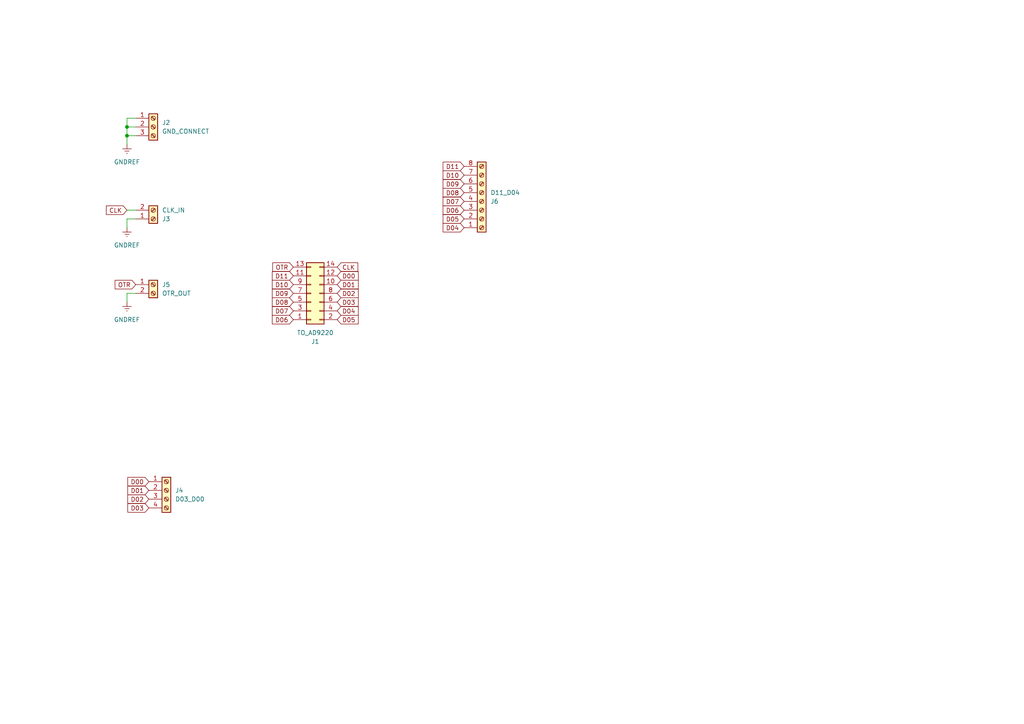
<source format=kicad_sch>
(kicad_sch (version 20230121) (generator eeschema)
  (paper "A4")
  (lib_symbols
    (symbol "Connector:Screw_Terminal_01x02" (pin_names (offset 1.016) hide)
      (property "Reference" "J" (at 0 2.54 0))
      (property "Value" "Screw_Terminal_01x02" (at 0 -5.08 0))
      (symbol "Screw_Terminal_01x02_1_1"
        (rectangle (start -1.27 1.27) (end 1.27 -3.81) (stroke (width 0.254)) (fill (type background)))
        (circle (center 0 -2.54) (radius 0.635) (stroke (width 0.1524)))
        (polyline (pts (xy -0.5334 -2.2098) (xy 0.3302 -3.048)) (stroke (width 0.1524)))
        (polyline (pts (xy -0.5334 0.3302) (xy 0.3302 -0.508)) (stroke (width 0.1524)))
        (polyline (pts (xy -0.3556 -2.032) (xy 0.508 -2.8702)) (stroke (width 0.1524)))
        (polyline (pts (xy -0.3556 0.508) (xy 0.508 -0.3302)) (stroke (width 0.1524)))
        (circle (center 0 0) (radius 0.635) (stroke (width 0.1524)))
        (pin passive line (at -5.08 0 0) (length 3.81) (name "Pin_1") (number "1"))
        (pin passive line (at -5.08 -2.54 0) (length 3.81) (name "Pin_2") (number "2"))
      )
    )
    (symbol "Connector:Screw_Terminal_01x03" (pin_names (offset 1.016) hide)
      (property "Reference" "J" (at 0 5.08 0))
      (property "Value" "Screw_Terminal_01x03" (at 0 -5.08 0))
      (symbol "Screw_Terminal_01x03_1_1"
        (rectangle (start -1.27 3.81) (end 1.27 -3.81) (stroke (width 0.254)) (fill (type background)))
        (circle (center 0 -2.54) (radius 0.635) (stroke (width 0.1524)))
        (polyline (pts (xy -0.5334 -2.2098) (xy 0.3302 -3.048)) (stroke (width 0.1524)))
        (polyline (pts (xy -0.5334 0.3302) (xy 0.3302 -0.508)) (stroke (width 0.1524)))
        (polyline (pts (xy -0.5334 2.8702) (xy 0.3302 2.032)) (stroke (width 0.1524)))
        (polyline (pts (xy -0.3556 -2.032) (xy 0.508 -2.8702)) (stroke (width 0.1524)))
        (polyline (pts (xy -0.3556 0.508) (xy 0.508 -0.3302)) (stroke (width 0.1524)))
        (polyline (pts (xy -0.3556 3.048) (xy 0.508 2.2098)) (stroke (width 0.1524)))
        (circle (center 0 0) (radius 0.635) (stroke (width 0.1524)))
        (circle (center 0 2.54) (radius 0.635) (stroke (width 0.1524)))
        (pin passive line (at -5.08 2.54 0) (length 3.81) (name "Pin_1") (number "1"))
        (pin passive line (at -5.08 0 0) (length 3.81) (name "Pin_2") (number "2"))
        (pin passive line (at -5.08 -2.54 0) (length 3.81) (name "Pin_3") (number "3"))
      )
    )
    (symbol "Connector:Screw_Terminal_01x04" (pin_names (offset 1.016) hide)
      (property "Reference" "J" (at 0 5.08 0))
      (property "Value" "Screw_Terminal_01x04" (at 0 -7.62 0))
      (symbol "Screw_Terminal_01x04_1_1"
        (rectangle (start -1.27 3.81) (end 1.27 -6.35) (stroke (width 0.254)) (fill (type background)))
        (circle (center 0 -5.08) (radius 0.635) (stroke (width 0.1524)))
        (circle (center 0 -2.54) (radius 0.635) (stroke (width 0.1524)))
        (polyline (pts (xy -0.5334 -4.7498) (xy 0.3302 -5.588)) (stroke (width 0.1524)))
        (polyline (pts (xy -0.5334 -2.2098) (xy 0.3302 -3.048)) (stroke (width 0.1524)))
        (polyline (pts (xy -0.5334 0.3302) (xy 0.3302 -0.508)) (stroke (width 0.1524)))
        (polyline (pts (xy -0.5334 2.8702) (xy 0.3302 2.032)) (stroke (width 0.1524)))
        (polyline (pts (xy -0.3556 -4.572) (xy 0.508 -5.4102)) (stroke (width 0.1524)))
        (polyline (pts (xy -0.3556 -2.032) (xy 0.508 -2.8702)) (stroke (width 0.1524)))
        (polyline (pts (xy -0.3556 0.508) (xy 0.508 -0.3302)) (stroke (width 0.1524)))
        (polyline (pts (xy -0.3556 3.048) (xy 0.508 2.2098)) (stroke (width 0.1524)))
        (circle (center 0 0) (radius 0.635) (stroke (width 0.1524)))
        (circle (center 0 2.54) (radius 0.635) (stroke (width 0.1524)))
        (pin passive line (at -5.08 2.54 0) (length 3.81) (name "Pin_1") (number "1"))
        (pin passive line (at -5.08 0 0) (length 3.81) (name "Pin_2") (number "2"))
        (pin passive line (at -5.08 -2.54 0) (length 3.81) (name "Pin_3") (number "3"))
        (pin passive line (at -5.08 -5.08 0) (length 3.81) (name "Pin_4") (number "4"))
      )
    )
    (symbol "Connector:Screw_Terminal_01x08" (pin_names (offset 1.016) hide)
      (property "Reference" "J" (at 0 10.16 0))
      (property "Value" "Screw_Terminal_01x08" (at 0 -12.7 0))
      (symbol "Screw_Terminal_01x08_1_1"
        (rectangle (start -1.27 8.89) (end 1.27 -11.43) (stroke (width 0.254)) (fill (type background)))
        (circle (center 0 -10.16) (radius 0.635) (stroke (width 0.1524)))
        (circle (center 0 -7.62) (radius 0.635) (stroke (width 0.1524)))
        (circle (center 0 -5.08) (radius 0.635) (stroke (width 0.1524)))
        (circle (center 0 -2.54) (radius 0.635) (stroke (width 0.1524)))
        (polyline (pts (xy -0.5334 -9.8298) (xy 0.3302 -10.668)) (stroke (width 0.1524)))
        (polyline (pts (xy -0.5334 -7.2898) (xy 0.3302 -8.128)) (stroke (width 0.1524)))
        (polyline (pts (xy -0.5334 -4.7498) (xy 0.3302 -5.588)) (stroke (width 0.1524)))
        (polyline (pts (xy -0.5334 -2.2098) (xy 0.3302 -3.048)) (stroke (width 0.1524)))
        (polyline (pts (xy -0.5334 0.3302) (xy 0.3302 -0.508)) (stroke (width 0.1524)))
        (polyline (pts (xy -0.5334 2.8702) (xy 0.3302 2.032)) (stroke (width 0.1524)))
        (polyline (pts (xy -0.5334 5.4102) (xy 0.3302 4.572)) (stroke (width 0.1524)))
        (polyline (pts (xy -0.5334 7.9502) (xy 0.3302 7.112)) (stroke (width 0.1524)))
        (polyline (pts (xy -0.3556 -9.652) (xy 0.508 -10.4902)) (stroke (width 0.1524)))
        (polyline (pts (xy -0.3556 -7.112) (xy 0.508 -7.9502)) (stroke (width 0.1524)))
        (polyline (pts (xy -0.3556 -4.572) (xy 0.508 -5.4102)) (stroke (width 0.1524)))
        (polyline (pts (xy -0.3556 -2.032) (xy 0.508 -2.8702)) (stroke (width 0.1524)))
        (polyline (pts (xy -0.3556 0.508) (xy 0.508 -0.3302)) (stroke (width 0.1524)))
        (polyline (pts (xy -0.3556 3.048) (xy 0.508 2.2098)) (stroke (width 0.1524)))
        (polyline (pts (xy -0.3556 5.588) (xy 0.508 4.7498)) (stroke (width 0.1524)))
        (polyline (pts (xy -0.3556 8.128) (xy 0.508 7.2898)) (stroke (width 0.1524)))
        (circle (center 0 0) (radius 0.635) (stroke (width 0.1524)))
        (circle (center 0 2.54) (radius 0.635) (stroke (width 0.1524)))
        (circle (center 0 5.08) (radius 0.635) (stroke (width 0.1524)))
        (circle (center 0 7.62) (radius 0.635) (stroke (width 0.1524)))
        (pin passive line (at -5.08 7.62 0) (length 3.81) (name "Pin_1") (number "1"))
        (pin passive line (at -5.08 5.08 0) (length 3.81) (name "Pin_2") (number "2"))
        (pin passive line (at -5.08 2.54 0) (length 3.81) (name "Pin_3") (number "3"))
        (pin passive line (at -5.08 0 0) (length 3.81) (name "Pin_4") (number "4"))
        (pin passive line (at -5.08 -2.54 0) (length 3.81) (name "Pin_5") (number "5"))
        (pin passive line (at -5.08 -5.08 0) (length 3.81) (name "Pin_6") (number "6"))
        (pin passive line (at -5.08 -7.62 0) (length 3.81) (name "Pin_7") (number "7"))
        (pin passive line (at -5.08 -10.16 0) (length 3.81) (name "Pin_8") (number "8"))
      )
    )
    (symbol "Connector_Generic:Conn_02x07_Odd_Even" (pin_names (offset 1.016) hide)
      (property "Reference" "J" (at 1.27 10.16 0))
      (property "Value" "Conn_02x07_Odd_Even" (at 1.27 -10.16 0))
      (symbol "Conn_02x07_Odd_Even_1_1"
        (rectangle (start -1.27 -7.493) (end 0 -7.747) (stroke (width 0.1524)))
        (rectangle (start -1.27 -4.953) (end 0 -5.207) (stroke (width 0.1524)))
        (rectangle (start -1.27 -2.413) (end 0 -2.667) (stroke (width 0.1524)))
        (rectangle (start -1.27 0.127) (end 0 -0.127) (stroke (width 0.1524)))
        (rectangle (start -1.27 2.667) (end 0 2.413) (stroke (width 0.1524)))
        (rectangle (start -1.27 5.207) (end 0 4.953) (stroke (width 0.1524)))
        (rectangle (start -1.27 7.747) (end 0 7.493) (stroke (width 0.1524)))
        (rectangle (start -1.27 8.89) (end 3.81 -8.89) (stroke (width 0.254)) (fill (type background)))
        (rectangle (start 3.81 -7.493) (end 2.54 -7.747) (stroke (width 0.1524)))
        (rectangle (start 3.81 -4.953) (end 2.54 -5.207) (stroke (width 0.1524)))
        (rectangle (start 3.81 -2.413) (end 2.54 -2.667) (stroke (width 0.1524)))
        (rectangle (start 3.81 0.127) (end 2.54 -0.127) (stroke (width 0.1524)))
        (rectangle (start 3.81 2.667) (end 2.54 2.413) (stroke (width 0.1524)))
        (rectangle (start 3.81 5.207) (end 2.54 4.953) (stroke (width 0.1524)))
        (rectangle (start 3.81 7.747) (end 2.54 7.493) (stroke (width 0.1524)))
        (pin passive line (at -5.08 7.62 0) (length 3.81) (name "Pin_1") (number "1"))
        (pin passive line (at 7.62 -2.54 180) (length 3.81) (name "Pin_10") (number "10"))
        (pin passive line (at -5.08 -5.08 0) (length 3.81) (name "Pin_11") (number "11"))
        (pin passive line (at 7.62 -5.08 180) (length 3.81) (name "Pin_12") (number "12"))
        (pin passive line (at -5.08 -7.62 0) (length 3.81) (name "Pin_13") (number "13"))
        (pin passive line (at 7.62 -7.62 180) (length 3.81) (name "Pin_14") (number "14"))
        (pin passive line (at 7.62 7.62 180) (length 3.81) (name "Pin_2") (number "2"))
        (pin passive line (at -5.08 5.08 0) (length 3.81) (name "Pin_3") (number "3"))
        (pin passive line (at 7.62 5.08 180) (length 3.81) (name "Pin_4") (number "4"))
        (pin passive line (at -5.08 2.54 0) (length 3.81) (name "Pin_5") (number "5"))
        (pin passive line (at 7.62 2.54 180) (length 3.81) (name "Pin_6") (number "6"))
        (pin passive line (at -5.08 0 0) (length 3.81) (name "Pin_7") (number "7"))
        (pin passive line (at 7.62 0 180) (length 3.81) (name "Pin_8") (number "8"))
        (pin passive line (at -5.08 -2.54 0) (length 3.81) (name "Pin_9") (number "9"))
      )
    )
    (symbol "power:GNDREF" (power) (pin_names (offset 0))
      (property "Value" "GNDREF" (at 0 -3.81 0))
      (symbol "GNDREF_0_1"
        (polyline (pts (xy -0.635 -1.905) (xy 0.635 -1.905)))
        (polyline (pts (xy -0.127 -2.54) (xy 0.127 -2.54)))
        (polyline (pts (xy 0 -1.27) (xy 0 0)))
        (polyline (pts (xy 1.27 -1.27) (xy -1.27 -1.27)))
      )
      (symbol "GNDREF_1_1"
        (pin power_in line (at 0 0 270) (length 0) hide (name "GNDREF") (number "1"))
      )
    )
  )
  (junction (at 36.83 36.83))
  (junction (at 36.83 39.37))
  (wire (pts (xy 36.83 36.83) (xy 39.37 36.83)))
  (wire (pts (xy 36.83 63.5) (xy 39.37 63.5)))
  (wire (pts (xy 36.83 39.37) (xy 39.37 39.37)))
  (wire (pts (xy 36.83 41.91) (xy 36.83 39.37)))
  (wire (pts (xy 36.83 85.09) (xy 39.37 85.09)))
  (wire (pts (xy 36.83 66.04) (xy 36.83 63.5)))
  (wire (pts (xy 36.83 36.83) (xy 36.83 34.29)))
  (wire (pts (xy 36.83 60.96) (xy 39.37 60.96)))
  (wire (pts (xy 36.83 34.29) (xy 39.37 34.29)))
  (wire (pts (xy 36.83 39.37) (xy 36.83 36.83)))
  (wire (pts (xy 36.83 87.63) (xy 36.83 85.09)))
  (global_label "D11" (shape input) (at 134.62 48.26 180) (property "Intersheetrefs" "${INTERSHEET_REFS}" (effects hide)))
  (global_label "D03" (shape input) (at 43.18 147.32 180) (property "Intersheetrefs" "${INTERSHEET_REFS}" (effects hide)))
  (global_label "CLK" (shape input) (at 36.83 60.96 180) (property "Intersheetrefs" "${INTERSHEET_REFS}" (effects hide)))
  (global_label "D00" (shape input) (at 43.18 139.7 180) (property "Intersheetrefs" "${INTERSHEET_REFS}" (effects hide)))
  (global_label "D10" (shape input) (at 85.09 82.55 180) (property "Intersheetrefs" "${INTERSHEET_REFS}" (effects hide)))
  (global_label "D03" (shape input) (at 97.79 87.63 0) (property "Intersheetrefs" "${INTERSHEET_REFS}" (effects hide)))
  (global_label "D00" (shape input) (at 97.79 80.01 0) (property "Intersheetrefs" "${INTERSHEET_REFS}" (effects hide)))
  (global_label "D09" (shape input) (at 134.62 53.34 180) (property "Intersheetrefs" "${INTERSHEET_REFS}" (effects hide)))
  (global_label "D05" (shape input) (at 134.62 63.5 180) (property "Intersheetrefs" "${INTERSHEET_REFS}" (effects hide)))
  (global_label "D10" (shape input) (at 134.62 50.8 180) (property "Intersheetrefs" "${INTERSHEET_REFS}" (effects hide)))
  (global_label "D01" (shape input) (at 97.79 82.55 0) (property "Intersheetrefs" "${INTERSHEET_REFS}" (effects hide)))
  (global_label "CLK" (shape input) (at 97.79 77.47 0) (property "Intersheetrefs" "${INTERSHEET_REFS}" (effects hide)))
  (global_label "D08" (shape input) (at 134.62 55.88 180) (property "Intersheetrefs" "${INTERSHEET_REFS}" (effects hide)))
  (global_label "D02" (shape input) (at 43.18 144.78 180) (property "Intersheetrefs" "${INTERSHEET_REFS}" (effects hide)))
  (global_label "D11" (shape input) (at 85.09 80.01 180) (property "Intersheetrefs" "${INTERSHEET_REFS}" (effects hide)))
  (global_label "D07" (shape input) (at 85.09 90.17 180) (property "Intersheetrefs" "${INTERSHEET_REFS}" (effects hide)))
  (global_label "D07" (shape input) (at 134.62 58.42 180) (property "Intersheetrefs" "${INTERSHEET_REFS}" (effects hide)))
  (global_label "D06" (shape input) (at 134.62 60.96 180) (property "Intersheetrefs" "${INTERSHEET_REFS}" (effects hide)))
  (global_label "D04" (shape input) (at 97.79 90.17 0) (property "Intersheetrefs" "${INTERSHEET_REFS}" (effects hide)))
  (global_label "D02" (shape input) (at 97.79 85.09 0) (property "Intersheetrefs" "${INTERSHEET_REFS}" (effects hide)))
  (global_label "D09" (shape input) (at 85.09 85.09 180) (property "Intersheetrefs" "${INTERSHEET_REFS}" (effects hide)))
  (global_label "OTR" (shape input) (at 85.09 77.47 180) (property "Intersheetrefs" "${INTERSHEET_REFS}" (effects hide)))
  (global_label "D05" (shape input) (at 97.79 92.71 0) (property "Intersheetrefs" "${INTERSHEET_REFS}" (effects hide)))
  (global_label "D06" (shape input) (at 85.09 92.71 180) (property "Intersheetrefs" "${INTERSHEET_REFS}" (effects hide)))
  (global_label "D01" (shape input) (at 43.18 142.24 180) (property "Intersheetrefs" "${INTERSHEET_REFS}" (effects hide)))
  (global_label "OTR" (shape input) (at 39.37 82.55 180) (property "Intersheetrefs" "${INTERSHEET_REFS}" (effects hide)))
  (global_label "D04" (shape input) (at 134.62 66.04 180) (property "Intersheetrefs" "${INTERSHEET_REFS}" (effects hide)))
  (global_label "D08" (shape input) (at 85.09 87.63 180) (property "Intersheetrefs" "${INTERSHEET_REFS}" (effects hide)))
  (symbol (lib_id "power:GNDREF") (at 36.83 41.91 0) (unit 1)
    (property "Reference" "#PWR01" (effects hide))
    (property "Value" "GNDREF" (at 36.83 46.99 0))
  )
  (symbol (lib_id "Connector_Generic:Conn_02x07_Odd_Even") (at 90.17 85.09 0) (mirror x) (unit 1)
    (property "Reference" "J1" (at 91.44 99.06 0))
    (property "Value" "TO_AD9220" (at 91.44 96.52 0))
    (property "Footprint" "Connector_IDC:IDC-Header_2x07_P2.54mm_Vertical" (effects hide))
  )
  (symbol (lib_id "Connector:Screw_Terminal_01x08") (at 139.7 58.42 0) (mirror x) (unit 1)
    (property "Reference" "J6" (at 142.24 58.42 0) (effects (justify left)))
    (property "Value" "D11_D04" (at 142.24 55.88 0) (effects (justify left)))
    (property "Footprint" "Customer_Connector:2EDG-5.08mm_8P_Horizontal" (effects hide))
  )
  (symbol (lib_id "Connector:Screw_Terminal_01x02") (at 44.45 82.55 0) (unit 1)
    (property "Reference" "J5" (at 46.99 82.55 0) (effects (justify left)))
    (property "Value" "OTR_OUT" (at 46.99 85.09 0) (effects (justify left)))
    (property "Footprint" "Customer_Connector:2EDG-5.08mm_2P_Horizontal" (effects hide))
  )
  (symbol (lib_id "power:GNDREF") (at 36.83 66.04 0) (unit 1)
    (property "Reference" "#PWR02" (effects hide))
    (property "Value" "GNDREF" (at 36.83 71.12 0))
  )
  (symbol (lib_id "Connector:Screw_Terminal_01x04") (at 48.26 142.24 0) (unit 1)
    (property "Reference" "J4" (at 50.8 142.24 0) (effects (justify left)))
    (property "Value" "D03_D00" (at 50.8 144.78 0) (effects (justify left)))
    (property "Footprint" "Customer_Connector:2EDG-5.08mm_4P_Horizontal" (effects hide))
  )
  (symbol (lib_id "Connector:Screw_Terminal_01x02") (at 44.45 63.5 0) (mirror x) (unit 1)
    (property "Reference" "J3" (at 46.99 63.5 0) (effects (justify left)))
    (property "Value" "CLK_IN" (at 46.99 60.96 0) (effects (justify left)))
    (property "Footprint" "Customer_Connector:2EDG-5.08mm_2P_Horizontal" (effects hide))
  )
  (symbol (lib_id "Connector:Screw_Terminal_01x03") (at 44.45 36.83 0) (unit 1)
    (property "Reference" "J2" (at 46.99 35.56 0) (effects (justify left)))
    (property "Value" "GND_CONNECT" (at 46.99 38.1 0) (effects (justify left)))
    (property "Footprint" "Customer_Connector:2EDG-5.08mm_3P_Horizontal" (effects hide))
  )
  (symbol (lib_id "power:GNDREF") (at 36.83 87.63 0) (unit 1)
    (property "Reference" "#PWR03" (effects hide))
    (property "Value" "GNDREF" (at 36.83 92.71 0))
  )
)
</source>
